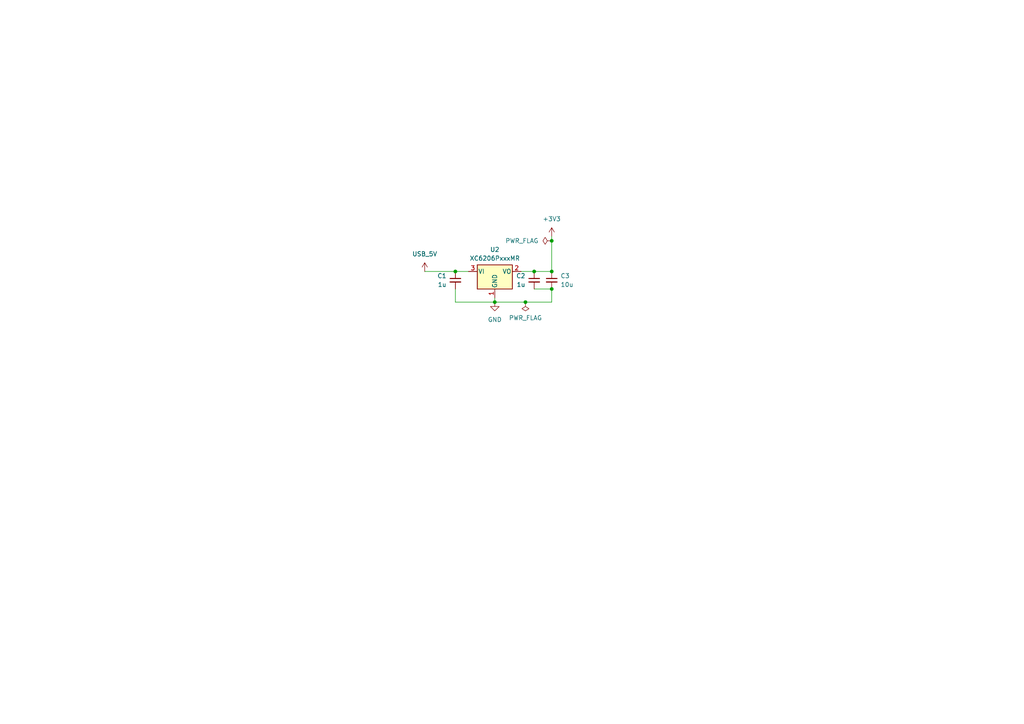
<source format=kicad_sch>
(kicad_sch (version 20231120) (generator "eeschema") (generator_version "8.0")
  (paper "A4")
  (title_block (title "POWER SUPPLY & FILTERING") (date "2023-10-11") (rev "0.1") (company "matei repair lab"))
  (lib_symbols
    (symbol "Device:C_Small" (pin_numbers hide) (pin_names (offset 0.254) hide)
      (property "Reference" "C" (at 0.254 1.778 0))
      (property "Value" "C_Small" (at 0.254 -2.032 0))
      (symbol "C_Small_0_1"
        (polyline (pts (xy -1.524 -0.508) (xy 1.524 -0.508)) (stroke (width 0.3302)))
        (polyline (pts (xy -1.524 0.508) (xy 1.524 0.508)) (stroke (width 0.3048)))
      )
      (symbol "C_Small_1_1"
        (pin passive line (at 0 2.54 270) (length 2.032) (name "~") (number "1"))
        (pin passive line (at 0 -2.54 90) (length 2.032) (name "~") (number "2"))
      )
    )
    (symbol "GND_1" (power) (pin_numbers hide) (pin_names (offset 0) hide)
      (property "Value" "GND" (at 0 -3.81 0))
      (symbol "GND_1_0_1"
        (polyline (pts (xy 0 0) (xy 0 -1.27) (xy 1.27 -1.27) (xy 0 -2.54) (xy -1.27 -1.27) (xy 0 -1.27)))
      )
      (symbol "GND_1_1_1"
        (pin power_in line (at 0 0 270) (length 0) (name "~") (number "1"))
      )
    )
    (symbol "Regulator_Linear:XC6206PxxxMR" (pin_names (offset 0.254))
      (property "Reference" "U" (at -3.81 3.175 0))
      (property "Value" "XC6206PxxxMR" (at 0 3.175 0))
      (symbol "XC6206PxxxMR_0_1"
        (rectangle (start -5.08 1.905) (end 5.08 -5.08) (stroke (width 0.254)) (fill (type background)))
      )
      (symbol "XC6206PxxxMR_1_1"
        (pin power_in line (at 0 -7.62 90) (length 2.54) (name "GND") (number "1"))
        (pin power_out line (at 7.62 0 180) (length 2.54) (name "VO") (number "2"))
        (pin power_in line (at -7.62 0 0) (length 2.54) (name "VI") (number "3"))
      )
    )
    (symbol "power:+3V3" (power) (pin_names (offset 0))
      (property "Value" "+3V3" (at 0 3.556 0))
      (symbol "+3V3_0_1"
        (polyline (pts (xy -0.762 1.27) (xy 0 2.54)))
        (polyline (pts (xy 0 0) (xy 0 2.54)))
        (polyline (pts (xy 0 2.54) (xy 0.762 1.27)))
      )
      (symbol "+3V3_1_1"
        (pin power_in line (at 0 0 90) (length 0) hide (name "+3V3") (number "1"))
      )
    )
    (symbol "power:+5V" (power) (pin_numbers hide) (pin_names (offset 0) hide)
      (property "Value" "+5V" (at 0 3.556 0))
      (symbol "+5V_0_1"
        (polyline (pts (xy -0.762 1.27) (xy 0 2.54)))
        (polyline (pts (xy 0 0) (xy 0 2.54)))
        (polyline (pts (xy 0 2.54) (xy 0.762 1.27)))
      )
      (symbol "+5V_1_1"
        (pin power_in line (at 0 0 90) (length 0) (name "~") (number "1"))
      )
    )
    (symbol "power:PWR_FLAG" (power) (pin_numbers hide) (pin_names (offset 0) hide)
      (property "Value" "PWR_FLAG" (at 0 3.81 0))
      (symbol "PWR_FLAG_0_0"
        (pin power_out line (at 0 0 90) (length 0) (name "~") (number "1"))
      )
      (symbol "PWR_FLAG_0_1"
        (polyline (pts (xy 0 0) (xy 0 1.27) (xy -1.016 1.905) (xy 0 2.54) (xy 1.016 1.905) (xy 0 1.27)))
      )
    )
  )
  (junction (at 160.02 78.74))
  (junction (at 152.4 87.63))
  (junction (at 160.02 83.82))
  (junction (at 143.51 87.63))
  (junction (at 160.02 69.85))
  (junction (at 154.94 78.74))
  (junction (at 132.08 78.74))
  (wire (pts (xy 123.19 78.74) (xy 132.08 78.74)))
  (wire (pts (xy 154.94 83.82) (xy 160.02 83.82)))
  (wire (pts (xy 160.02 83.82) (xy 160.02 87.63)))
  (wire (pts (xy 132.08 83.82) (xy 132.08 87.63)))
  (wire (pts (xy 154.94 78.74) (xy 160.02 78.74)))
  (wire (pts (xy 143.51 87.63) (xy 152.4 87.63)))
  (wire (pts (xy 160.02 69.85) (xy 160.02 78.74)))
  (wire (pts (xy 132.08 78.74) (xy 135.89 78.74)))
  (wire (pts (xy 151.13 78.74) (xy 154.94 78.74)))
  (wire (pts (xy 132.08 87.63) (xy 143.51 87.63)))
  (wire (pts (xy 152.4 87.63) (xy 160.02 87.63)))
  (wire (pts (xy 160.02 68.58) (xy 160.02 69.85)))
  (wire (pts (xy 143.51 87.63) (xy 143.51 86.36)))
  (symbol (lib_id "power:PWR_FLAG") (at 152.4 87.63 180) (unit 1)
    (property "Reference" "#FLG02" (effects (hide yes)))
    (property "Value" "PWR_FLAG" (at 157.226 92.202 0) (effects (justify left)))
    (property "Description" "Special symbol for telling ERC where power comes from" (effects (hide yes)))
  )
  (symbol (lib_id "Device:C_Small") (at 132.08 81.28 0) (unit 1)
    (property "Reference" "C1" (at 129.54 80.0163 0) (effects (justify right)))
    (property "Value" "1u" (at 129.54 82.5563 0) (effects (justify right)))
    (property "Footprint" "Capacitor_SMD:C_0402_1005Metric" (effects (hide yes)))
    (property "LCSC ID" "C52923" (effects (hide yes)))
  )
  (symbol (lib_id "Regulator_Linear:XC6206PxxxMR") (at 143.51 78.74 0) (unit 1)
    (property "Reference" "U2" (at 143.51 72.39 0))
    (property "Value" "XC6206PxxxMR" (at 143.51 74.93 0))
    (property "Footprint" "Package_TO_SOT_SMD:SOT-23-3" (effects (hide yes)))
    (property "Datasheet" "https://www.torexsemi.com/file/xc6206/XC6206.pdf" (effects (hide yes)))
    (property "Description" "Positive 60-250mA Low Dropout Regulator, Fixed Output, SOT-23" (effects (hide yes)))
    (property "LCSC ID" "C5446" (effects (hide yes)))
  )
  (symbol (lib_id "power:+5V") (at 123.19 78.74 0) (unit 1)
    (property "Reference" "#PWR06" (effects (hide yes)))
    (property "Value" "USB_5V" (at 123.19 73.66 0))
    (property "Description" "Power symbol creates a global label with name \"+5V\"" (effects (hide yes)))
  )
  (symbol (lib_id "power:PWR_FLAG") (at 160.02 69.85 90) (unit 1)
    (property "Reference" "#FLG01" (effects (hide yes)))
    (property "Value" "PWR_FLAG" (at 156.21 69.8499 90) (effects (justify left)))
    (property "Description" "Special symbol for telling ERC where power comes from" (effects (hide yes)))
  )
  (symbol (lib_id "power:+3V3") (at 160.02 68.58 0) (unit 1)
    (property "Reference" "#PWR03" (effects (hide yes)))
    (property "Value" "+3V3" (at 160.02 63.5 0))
  )
  (symbol (lib_id "Device:C_Small") (at 154.94 81.28 0) (unit 1)
    (property "Reference" "C2" (at 152.4 80.0163 0) (effects (justify right)))
    (property "Value" "1u" (at 152.4 82.5563 0) (effects (justify right)))
    (property "Footprint" "Capacitor_SMD:C_0402_1005Metric" (effects (hide yes)))
    (property "LCSC ID" "C52923" (effects (hide yes)))
  )
  (symbol (lib_id "Device:C_Small") (at 160.02 81.28 0) (unit 1)
    (property "Reference" "C3" (at 162.56 80.0162 0) (effects (justify left)))
    (property "Value" "10u" (at 162.56 82.5562 0) (effects (justify left)))
    (property "Footprint" "Capacitor_SMD:C_0805_2012Metric" (effects (hide yes)))
    (property "LCSC ID" "C440198" (effects (hide yes)))
  )
  (symbol (lib_name "GND_1") (lib_id "power:GND") (at 143.51 87.63 0) (unit 1)
    (property "Reference" "#PWR04" (effects (hide yes)))
    (property "Value" "GND" (at 143.51 92.71 0))
    (property "Description" "Power symbol creates a global label with name \"GND\" , ground" (effects (hide yes)))
  )
)
</source>
